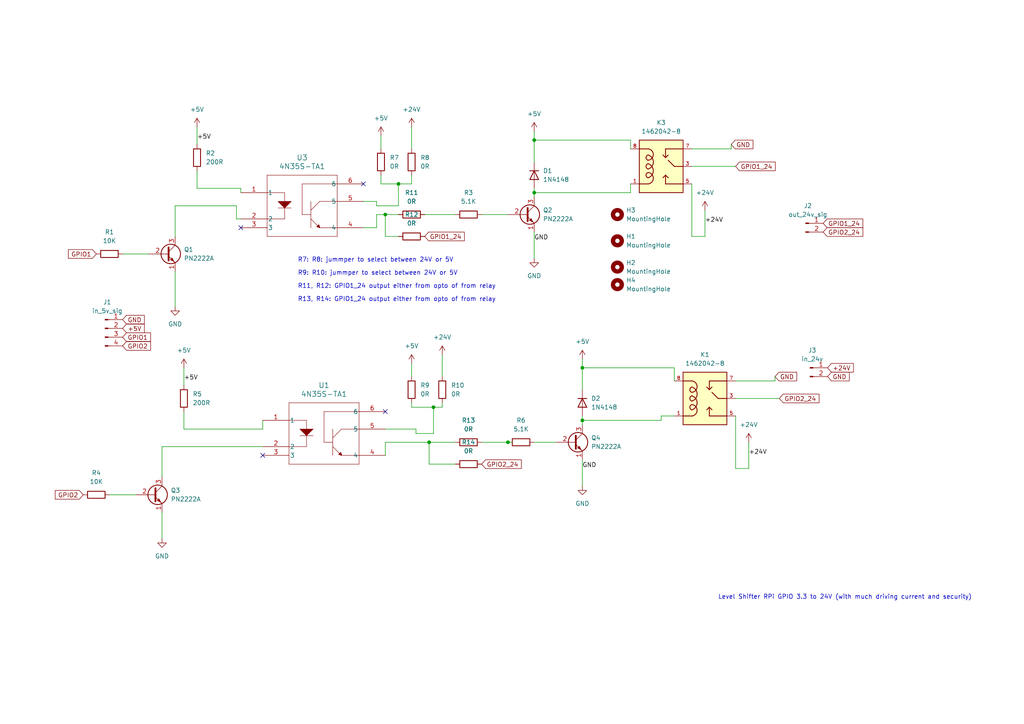
<source format=kicad_sch>
(kicad_sch (version 20230121) (generator eeschema)
  (paper "A4")
  (lib_symbols
    (symbol "1462042-8:1462042-8" (pin_names (offset 1.016))
      (property "Reference" "K" (at -5.0901 8.1442 0))
      (property "Value" "1462042-8" (at -5.0812 -10.1625 0))
      (symbol "1462042-8_0_0"
        (rectangle (start -5.08 -7.62) (end 7.62 7.62) (stroke (width 0.254)) (fill (type background)))
        (arc (start -2.54 -5.08) (mid -1.0111 -3.429) (end -2.54 -1.778) (stroke (width 0.254)))
        (arc (start -2.54 -3.302) (mid -1.016 -1.27) (end -2.54 0.762) (stroke (width 0.254)))
        (arc (start -2.54 -1.778) (mid -3.1115 -2.54) (end -2.54 -3.302) (stroke (width 0.254)))
        (arc (start -2.54 -0.762) (mid -1.0007 1.27) (end -2.54 3.302) (stroke (width 0.254)))
        (arc (start -2.54 0.762) (mid -3.1115 0) (end -2.54 -0.762) (stroke (width 0.254)))
        (arc (start -2.54 1.778) (mid -1.0111 3.429) (end -2.54 5.08) (stroke (width 0.254)))
        (arc (start -2.54 3.302) (mid -3.1115 2.54) (end -2.54 1.778) (stroke (width 0.254)))
        (polyline (pts (xy -5.08 -5.08) (xy -2.54 -5.08)) (stroke (width 0.254)))
        (polyline (pts (xy -5.08 5.08) (xy -2.54 5.08)) (stroke (width 0.254)))
        (polyline (pts (xy 2.54 -5.08) (xy 2.54 -2.54)) (stroke (width 0.254)))
        (polyline (pts (xy 2.54 -2.54) (xy 1.778 -3.302)) (stroke (width 0.254)))
        (polyline (pts (xy 2.54 -2.54) (xy 3.302 -3.302)) (stroke (width 0.254)))
        (polyline (pts (xy 2.54 2.54) (xy 1.778 3.302)) (stroke (width 0.254)))
        (polyline (pts (xy 2.54 2.54) (xy 3.302 3.302)) (stroke (width 0.254)))
        (polyline (pts (xy 2.54 5.08) (xy 2.54 2.54)) (stroke (width 0.254)))
        (polyline (pts (xy 5.08 0) (xy 3.302 1.778)) (stroke (width 0.254)))
        (polyline (pts (xy 7.62 -5.08) (xy 2.54 -5.08)) (stroke (width 0.254)))
        (polyline (pts (xy 7.62 0) (xy 5.08 0)) (stroke (width 0.254)))
        (polyline (pts (xy 7.62 5.08) (xy 2.54 5.08)) (stroke (width 0.254)))
        (pin passive line (at -7.62 -5.08 0) (length 2.54) (name "~") (number "1"))
        (pin passive line (at 10.16 0 180) (length 2.54) (name "~") (number "3"))
        (pin passive line (at 10.16 -5.08 180) (length 2.54) (name "~") (number "5"))
        (pin passive line (at 10.16 5.08 180) (length 2.54) (name "~") (number "7"))
        (pin passive line (at -7.62 5.08 0) (length 2.54) (name "~") (number "8"))
      )
    )
    (symbol "2023-11-21_01-33-03:4N35S-TA1" (pin_names (offset 0.254))
      (property "Reference" "U" (at 22.86 17.78 0))
      (property "Value" "4N35S-TA1" (at 22.86 17.78 0))
      (symbol "4N35S-TA1_0_1"
        (polyline (pts (xy 7.62 -12.7) (xy 27.94 -12.7)) (stroke (width 0.127)))
        (polyline (pts (xy 7.62 5.08) (xy 7.62 -12.7)) (stroke (width 0.127)))
        (polyline (pts (xy 10.795 -4.445) (xy 14.605 -4.445)) (stroke (width 0.127)))
        (polyline (pts (xy 12.7 -7.62) (xy 7.62 -7.62)) (stroke (width 0.127)))
        (polyline (pts (xy 12.7 0) (xy 7.62 0)) (stroke (width 0.127)))
        (polyline (pts (xy 12.7 0) (xy 12.7 -7.62)) (stroke (width 0.127)))
        (polyline (pts (xy 17.78 -6.35) (xy 17.78 2.54)) (stroke (width 0.127)))
        (polyline (pts (xy 17.78 2.54) (xy 27.94 2.54)) (stroke (width 0.127)))
        (polyline (pts (xy 20.32 -10.16) (xy 20.32 -2.54)) (stroke (width 0.127)))
        (polyline (pts (xy 20.32 -7.62) (xy 22.86 -10.16)) (stroke (width 0.127)))
        (polyline (pts (xy 20.32 -6.35) (xy 17.78 -6.35)) (stroke (width 0.127)))
        (polyline (pts (xy 22.86 -2.54) (xy 20.32 -5.08)) (stroke (width 0.127)))
        (polyline (pts (xy 22.86 -2.54) (xy 27.94 -2.54)) (stroke (width 0.127)))
        (polyline (pts (xy 27.94 -12.7) (xy 27.94 5.08)) (stroke (width 0.127)))
        (polyline (pts (xy 27.94 -10.16) (xy 22.9497 -10.1665)) (stroke (width 0.127)))
        (polyline (pts (xy 27.94 5.08) (xy 7.62 5.08)) (stroke (width 0.127)))
        (polyline (pts (xy 14.605 -2.54) (xy 10.795 -2.54) (xy 12.7 -4.445) (xy 14.605 -2.54)) (fill (type outline)))
        (polyline (pts (xy 22.86 -10.16) (xy 21.9933 -9.8842) (xy 22.6323 -9.2726) (xy 22.9497 -10.1665)) (fill (type outline)))
        (pin unspecified line (at 0 0 0) (length 7.62) (name "1") (number "1"))
        (pin unspecified line (at 0 -7.62 0) (length 7.62) (name "2") (number "2"))
        (pin unspecified line (at 0 -10.16 0) (length 7.62) (name "3") (number "3"))
        (pin unspecified line (at 35.56 -10.16 180) (length 7.62) (name "4") (number "4"))
        (pin unspecified line (at 35.56 -2.54 180) (length 7.62) (name "5") (number "5"))
        (pin unspecified line (at 35.56 2.54 180) (length 7.62) (name "6") (number "6"))
      )
    )
    (symbol "Connector:Conn_01x02_Pin" (pin_names (offset 1.016) hide)
      (property "Reference" "J" (at 0 2.54 0))
      (property "Value" "Conn_01x02_Pin" (at 0 -5.08 0))
      (symbol "Conn_01x02_Pin_1_1"
        (polyline (pts (xy 1.27 -2.54) (xy 0.8636 -2.54)) (stroke (width 0.1524)))
        (polyline (pts (xy 1.27 0) (xy 0.8636 0)) (stroke (width 0.1524)))
        (rectangle (start 0.8636 -2.413) (end 0 -2.667) (stroke (width 0.1524)) (fill (type outline)))
        (rectangle (start 0.8636 0.127) (end 0 -0.127) (stroke (width 0.1524)) (fill (type outline)))
        (pin passive line (at 5.08 0 180) (length 3.81) (name "Pin_1") (number "1"))
        (pin passive line (at 5.08 -2.54 180) (length 3.81) (name "Pin_2") (number "2"))
      )
    )
    (symbol "Connector:Conn_01x04_Pin" (pin_names (offset 1.016) hide)
      (property "Reference" "J" (at 0 5.08 0))
      (property "Value" "Conn_01x04_Pin" (at 0 -7.62 0))
      (symbol "Conn_01x04_Pin_1_1"
        (polyline (pts (xy 1.27 -5.08) (xy 0.8636 -5.08)) (stroke (width 0.1524)))
        (polyline (pts (xy 1.27 -2.54) (xy 0.8636 -2.54)) (stroke (width 0.1524)))
        (polyline (pts (xy 1.27 0) (xy 0.8636 0)) (stroke (width 0.1524)))
        (polyline (pts (xy 1.27 2.54) (xy 0.8636 2.54)) (stroke (width 0.1524)))
        (rectangle (start 0.8636 -4.953) (end 0 -5.207) (stroke (width 0.1524)) (fill (type outline)))
        (rectangle (start 0.8636 -2.413) (end 0 -2.667) (stroke (width 0.1524)) (fill (type outline)))
        (rectangle (start 0.8636 0.127) (end 0 -0.127) (stroke (width 0.1524)) (fill (type outline)))
        (rectangle (start 0.8636 2.667) (end 0 2.413) (stroke (width 0.1524)) (fill (type outline)))
        (pin passive line (at 5.08 2.54 180) (length 3.81) (name "Pin_1") (number "1"))
        (pin passive line (at 5.08 0 180) (length 3.81) (name "Pin_2") (number "2"))
        (pin passive line (at 5.08 -2.54 180) (length 3.81) (name "Pin_3") (number "3"))
        (pin passive line (at 5.08 -5.08 180) (length 3.81) (name "Pin_4") (number "4"))
      )
    )
    (symbol "Device:R" (pin_numbers hide) (pin_names (offset 0))
      (property "Reference" "R" (at 2.032 0 90))
      (property "Value" "R" (at 0 0 90))
      (symbol "R_0_1"
        (rectangle (start -1.016 -2.54) (end 1.016 2.54) (stroke (width 0.254)))
      )
      (symbol "R_1_1"
        (pin passive line (at 0 3.81 270) (length 1.27) (name "~") (number "1"))
        (pin passive line (at 0 -3.81 90) (length 1.27) (name "~") (number "2"))
      )
    )
    (symbol "Diode:1N4148" (pin_numbers hide) (pin_names hide)
      (property "Reference" "D" (at 0 2.54 0))
      (property "Value" "1N4148" (at 0 -2.54 0))
      (symbol "1N4148_0_1"
        (polyline (pts (xy -1.27 1.27) (xy -1.27 -1.27)) (stroke (width 0.254)))
        (polyline (pts (xy 1.27 0) (xy -1.27 0)))
        (polyline (pts (xy 1.27 1.27) (xy 1.27 -1.27) (xy -1.27 0) (xy 1.27 1.27)) (stroke (width 0.254)))
      )
      (symbol "1N4148_1_1"
        (pin passive line (at -3.81 0 0) (length 2.54) (name "K") (number "1"))
        (pin passive line (at 3.81 0 180) (length 2.54) (name "A") (number "2"))
      )
    )
    (symbol "Mechanical:MountingHole" (pin_names (offset 1.016))
      (property "Reference" "H" (at 0 5.08 0))
      (property "Value" "MountingHole" (at 0 3.175 0))
      (symbol "MountingHole_0_1"
        (circle (center 0 0) (radius 1.27) (stroke (width 1.27)))
      )
    )
    (symbol "Transistor_BJT:PN2222A" (pin_names (offset 0) hide)
      (property "Reference" "Q" (at 5.08 1.905 0))
      (property "Value" "PN2222A" (at 5.08 0 0))
      (symbol "PN2222A_0_1"
        (polyline (pts (xy 0 0) (xy 0.635 0)))
        (polyline (pts (xy 2.54 -2.54) (xy 0.635 -0.635)))
        (polyline (pts (xy 2.54 2.54) (xy 0.635 0.635)))
        (polyline (pts (xy 0.635 1.905) (xy 0.635 -1.905) (xy 0.635 -1.905)) (stroke (width 0.508)))
        (polyline (pts (xy 2.413 -2.413) (xy 1.905 -1.905) (xy 1.905 -1.905)))
        (polyline (pts (xy 1.143 -1.651) (xy 1.651 -1.143) (xy 2.159 -2.159) (xy 1.143 -1.651) (xy 1.143 -1.651)) (fill (type outline)))
        (circle (center 1.27 0) (radius 2.8194) (stroke (width 0.254)))
      )
      (symbol "PN2222A_1_1"
        (pin passive line (at 2.54 -5.08 90) (length 2.54) (name "E") (number "1"))
        (pin input line (at -5.08 0 0) (length 5.08) (name "B") (number "2"))
        (pin passive line (at 2.54 5.08 270) (length 2.54) (name "C") (number "3"))
      )
    )
    (symbol "power:+24V" (power) (pin_names (offset 0))
      (property "Value" "+24V" (at 0 3.556 0))
      (symbol "+24V_0_1"
        (polyline (pts (xy -0.762 1.27) (xy 0 2.54)))
        (polyline (pts (xy 0 0) (xy 0 2.54)))
        (polyline (pts (xy 0 2.54) (xy 0.762 1.27)))
      )
      (symbol "+24V_1_1"
        (pin power_in line (at 0 0 90) (length 0) hide (name "+24V") (number "1"))
      )
    )
    (symbol "power:+5V" (power) (pin_names (offset 0))
      (property "Value" "+5V" (at 0 3.556 0))
      (symbol "+5V_0_1"
        (polyline (pts (xy -0.762 1.27) (xy 0 2.54)))
        (polyline (pts (xy 0 0) (xy 0 2.54)))
        (polyline (pts (xy 0 2.54) (xy 0.762 1.27)))
      )
      (symbol "+5V_1_1"
        (pin power_in line (at 0 0 90) (length 0) hide (name "+5V") (number "1"))
      )
    )
    (symbol "power:GND" (power) (pin_names (offset 0))
      (property "Value" "GND" (at 0 -3.81 0))
      (symbol "GND_0_1"
        (polyline (pts (xy 0 0) (xy 0 -1.27) (xy 1.27 -1.27) (xy 0 -2.54) (xy -1.27 -1.27) (xy 0 -1.27)))
      )
      (symbol "GND_1_1"
        (pin power_in line (at 0 0 270) (length 0) hide (name "GND") (number "1"))
      )
    )
  )
  (junction (at 147.32 128.27))
  (junction (at 115.57 53.34))
  (junction (at 124.46 128.27))
  (junction (at 125.73 118.11))
  (junction (at 154.94 40.64))
  (junction (at 168.91 106.68))
  (junction (at 168.91 121.92))
  (junction (at 154.94 55.88))
  (junction (at 111.76 62.23))
  (no_connect (at 111.76 119.38))
  (no_connect (at 69.85 66.04))
  (no_connect (at 76.2 132.08))
  (no_connect (at 105.41 53.34))
  (wire (pts (xy 120.65 125.73) (xy 125.73 125.73)))
  (wire (pts (xy 204.47 60.96) (xy 204.47 68.58)))
  (wire (pts (xy 217.17 128.27) (xy 217.17 135.89)))
  (wire (pts (xy 224.79 109.22) (xy 224.79 110.49)))
  (wire (pts (xy 53.34 119.38) (xy 53.34 124.46)))
  (wire (pts (xy 111.76 68.58) (xy 111.76 62.23)))
  (wire (pts (xy 109.22 66.04) (xy 109.22 62.23)))
  (wire (pts (xy 69.85 54.61) (xy 69.85 55.88)))
  (wire (pts (xy 57.15 49.53) (xy 57.15 54.61)))
  (wire (pts (xy 191.77 120.65) (xy 191.77 121.92)))
  (wire (pts (xy 125.73 125.73) (xy 125.73 118.11)))
  (wire (pts (xy 154.94 38.1) (xy 154.94 40.64)))
  (wire (pts (xy 110.49 39.37) (xy 110.49 43.18)))
  (wire (pts (xy 168.91 106.68) (xy 168.91 113.03)))
  (wire (pts (xy 119.38 116.84) (xy 119.38 118.11)))
  (wire (pts (xy 110.49 53.34) (xy 115.57 53.34)))
  (wire (pts (xy 139.7 128.27) (xy 147.32 128.27)))
  (wire (pts (xy 46.99 148.59) (xy 46.99 156.21)))
  (wire (pts (xy 168.91 121.92) (xy 191.77 121.92)))
  (wire (pts (xy 50.8 78.74) (xy 50.8 88.9)))
  (wire (pts (xy 111.76 128.27) (xy 124.46 128.27)))
  (wire (pts (xy 46.99 129.54) (xy 46.99 138.43)))
  (wire (pts (xy 132.08 134.62) (xy 124.46 134.62)))
  (wire (pts (xy 168.91 121.92) (xy 168.91 123.19)))
  (wire (pts (xy 120.65 124.46) (xy 120.65 125.73)))
  (wire (pts (xy 154.94 54.61) (xy 154.94 55.88)))
  (wire (pts (xy 128.27 102.87) (xy 128.27 109.22)))
  (wire (pts (xy 154.94 55.88) (xy 182.88 55.88)))
  (wire (pts (xy 119.38 118.11) (xy 125.73 118.11)))
  (wire (pts (xy 50.8 59.69) (xy 68.58 59.69)))
  (wire (pts (xy 115.57 53.34) (xy 119.38 53.34)))
  (wire (pts (xy 124.46 128.27) (xy 124.46 134.62)))
  (wire (pts (xy 53.34 124.46) (xy 76.2 124.46)))
  (wire (pts (xy 154.94 40.64) (xy 154.94 46.99)))
  (wire (pts (xy 123.19 62.23) (xy 132.08 62.23)))
  (wire (pts (xy 76.2 124.46) (xy 76.2 121.92)))
  (wire (pts (xy 147.32 62.23) (xy 139.7 62.23)))
  (wire (pts (xy 168.91 104.14) (xy 168.91 106.68)))
  (wire (pts (xy 115.57 68.58) (xy 111.76 68.58)))
  (wire (pts (xy 154.94 55.88) (xy 154.94 57.15)))
  (wire (pts (xy 109.22 62.23) (xy 111.76 62.23)))
  (wire (pts (xy 213.36 120.65) (xy 213.36 135.89)))
  (wire (pts (xy 213.36 115.57) (xy 226.06 115.57)))
  (wire (pts (xy 212.09 41.91) (xy 212.09 43.18)))
  (wire (pts (xy 212.09 43.18) (xy 200.66 43.18)))
  (wire (pts (xy 200.66 48.26) (xy 213.36 48.26)))
  (wire (pts (xy 154.94 40.64) (xy 182.88 40.64)))
  (wire (pts (xy 115.57 59.69) (xy 115.57 53.34)))
  (wire (pts (xy 200.66 53.34) (xy 200.66 68.58)))
  (wire (pts (xy 57.15 36.83) (xy 57.15 41.91)))
  (wire (pts (xy 161.29 128.27) (xy 154.94 128.27)))
  (wire (pts (xy 224.79 110.49) (xy 213.36 110.49)))
  (wire (pts (xy 105.41 66.04) (xy 109.22 66.04)))
  (wire (pts (xy 50.8 59.69) (xy 50.8 68.58)))
  (wire (pts (xy 53.34 106.68) (xy 53.34 111.76)))
  (wire (pts (xy 168.91 106.68) (xy 195.58 106.68)))
  (wire (pts (xy 46.99 129.54) (xy 76.2 129.54)))
  (wire (pts (xy 213.36 135.89) (xy 217.17 135.89)))
  (wire (pts (xy 147.32 128.27) (xy 148.59 128.27)))
  (wire (pts (xy 31.75 143.51) (xy 39.37 143.51)))
  (wire (pts (xy 105.41 58.42) (xy 109.22 58.42)))
  (wire (pts (xy 109.22 58.42) (xy 109.22 59.69)))
  (wire (pts (xy 119.38 36.83) (xy 119.38 43.18)))
  (wire (pts (xy 35.56 73.66) (xy 43.18 73.66)))
  (wire (pts (xy 128.27 116.84) (xy 128.27 118.11)))
  (wire (pts (xy 111.76 128.27) (xy 111.76 132.08)))
  (wire (pts (xy 111.76 62.23) (xy 115.57 62.23)))
  (wire (pts (xy 200.66 68.58) (xy 204.47 68.58)))
  (wire (pts (xy 111.76 124.46) (xy 120.65 124.46)))
  (wire (pts (xy 154.94 67.31) (xy 154.94 74.93)))
  (wire (pts (xy 125.73 118.11) (xy 128.27 118.11)))
  (wire (pts (xy 57.15 54.61) (xy 69.85 54.61)))
  (wire (pts (xy 68.58 59.69) (xy 68.58 63.5)))
  (wire (pts (xy 109.22 59.69) (xy 115.57 59.69)))
  (wire (pts (xy 110.49 50.8) (xy 110.49 53.34)))
  (wire (pts (xy 168.91 120.65) (xy 168.91 121.92)))
  (wire (pts (xy 182.88 53.34) (xy 182.88 55.88)))
  (wire (pts (xy 124.46 128.27) (xy 132.08 128.27)))
  (wire (pts (xy 119.38 105.41) (xy 119.38 109.22)))
  (wire (pts (xy 168.91 133.35) (xy 168.91 140.97)))
  (wire (pts (xy 119.38 53.34) (xy 119.38 50.8)))
  (wire (pts (xy 182.88 40.64) (xy 182.88 43.18)))
  (wire (pts (xy 68.58 63.5) (xy 69.85 63.5)))
  (wire (pts (xy 195.58 120.65) (xy 191.77 120.65)))
  (wire (pts (xy 195.58 110.49) (xy 195.58 106.68)))
  (text "R9: R10: jummper to select between 24V or 5V" (at 86.36 80.01 0) (effects (font (size 1.27 1.27)) (justify left bottom)))
  (text "R13, R14: GPIO1_24 output either from opto of from relay\n" (at 86.36 87.63 0) (effects (font (size 1.27 1.27)) (justify left bottom)))
  (text "R7: R8: jummper to select between 24V or 5V" (at 86.36 76.2 0) (effects (font (size 1.27 1.27)) (justify left bottom)))
  (text "R11, R12: GPIO1_24 output either from opto of from relay\n" (at 86.36 83.82 0) (effects (font (size 1.27 1.27)) (justify left bottom)))
  (text "Level Shifter RPi GPIO 3.3 to 24V (with much driving current and security)" (at 208.28 173.99 0) (effects (font (size 1.27 1.27)) (justify left bottom)))
  (label "+24V" (at 217.17 132.08 0))
  (label "+5V" (at 53.34 110.49 0))
  (label "GND" (at 154.94 69.85 0))
  (label "+5V" (at 57.15 40.64 0))
  (label "GND" (at 168.91 135.89 0))
  (label "+24V" (at 204.47 64.77 0))
  (global_label "GND" (shape input) (at 35.56 92.71 0) (property "Intersheetrefs" "${INTERSHEET_REFS}" (effects hide)))
  (global_label "GND" (shape input) (at 224.79 109.22 0) (property "Intersheetrefs" "${INTERSHEET_REFS}" (effects hide)))
  (global_label "GPIO2_24" (shape input) (at 238.76 67.31 0) (property "Intersheetrefs" "${INTERSHEET_REFS}" (effects hide)))
  (global_label "GPIO1_24" (shape input) (at 238.76 64.77 0) (property "Intersheetrefs" "${INTERSHEET_REFS}" (effects hide)))
  (global_label "GPIO2" (shape input) (at 35.56 100.33 0) (property "Intersheetrefs" "${INTERSHEET_REFS}" (effects hide)))
  (global_label "GND" (shape input) (at 240.03 109.22 0) (property "Intersheetrefs" "${INTERSHEET_REFS}" (effects hide)))
  (global_label "+5V" (shape input) (at 35.56 95.25 0) (property "Intersheetrefs" "${INTERSHEET_REFS}" (effects hide)))
  (global_label "GPIO2_24" (shape input) (at 139.7 134.62 0) (property "Intersheetrefs" "${INTERSHEET_REFS}" (effects hide)))
  (global_label "GPIO1" (shape input) (at 35.56 97.79 0) (property "Intersheetrefs" "${INTERSHEET_REFS}" (effects hide)))
  (global_label "GPIO1_24" (shape input) (at 213.36 48.26 0) (property "Intersheetrefs" "${INTERSHEET_REFS}" (effects hide)))
  (global_label "GND" (shape input) (at 212.09 41.91 0) (property "Intersheetrefs" "${INTERSHEET_REFS}" (effects hide)))
  (global_label "GPIO2_24" (shape input) (at 226.06 115.57 0) (property "Intersheetrefs" "${INTERSHEET_REFS}" (effects hide)))
  (global_label "GPIO1_24" (shape input) (at 123.19 68.58 0) (property "Intersheetrefs" "${INTERSHEET_REFS}" (effects hide)))
  (global_label "+24V" (shape input) (at 240.03 106.68 0) (property "Intersheetrefs" "${INTERSHEET_REFS}" (effects hide)))
  (global_label "GPIO1" (shape input) (at 27.94 73.66 180) (property "Intersheetrefs" "${INTERSHEET_REFS}" (effects hide)))
  (global_label "GPIO2" (shape input) (at 24.13 143.51 180) (property "Intersheetrefs" "${INTERSHEET_REFS}" (effects hide)))
  (symbol (lib_id "2023-11-21_01-33-03:4N35S-TA1") (at 76.2 121.92 0) (unit 1)
    (property "Reference" "U1" (at 93.98 111.76 0) (effects (font (size 1.524 1.524))))
    (property "Value" "4N35S-TA1" (at 93.98 114.3 0) (effects (font (size 1.524 1.524))))
    (property "Footprint" "footprints:SO6_4N35S_LTO" (effects hide))
    (property "Datasheet" "4N35S-TA1" (effects hide))
  )
  (symbol (lib_id "Device:R") (at 110.49 46.99 0) (unit 1)
    (property "Reference" "R7" (at 113.03 45.72 0) (effects (justify left)))
    (property "Value" "0R" (at 113.03 48.26 0) (effects (justify left)))
    (property "Footprint" "Resistor_SMD:R_1206_3216Metric_Pad1.30x1.75mm_HandSolder" (effects hide))
  )
  (symbol (lib_id "power:+24V") (at 119.38 36.83 0) (unit 1)
    (property "Reference" "#PWR013" (effects hide))
    (property "Value" "+24V" (at 119.38 31.75 0))
  )
  (symbol (lib_id "power:+5V") (at 168.91 104.14 0) (unit 1)
    (property "Reference" "#PWR010" (effects hide))
    (property "Value" "+5V" (at 168.91 99.06 0))
  )
  (symbol (lib_id "Device:R") (at 128.27 113.03 0) (unit 1)
    (property "Reference" "R10" (at 130.81 111.76 0) (effects (justify left)))
    (property "Value" "0R" (at 130.81 114.3 0) (effects (justify left)))
    (property "Footprint" "Resistor_SMD:R_1206_3216Metric_Pad1.30x1.75mm_HandSolder" (effects hide))
  )
  (symbol (lib_id "Device:R") (at 135.89 134.62 90) (unit 1)
    (property "Reference" "R14" (at 135.89 128.27 90))
    (property "Value" "0R" (at 135.89 130.81 90))
    (property "Footprint" "Resistor_SMD:R_1206_3216Metric_Pad1.30x1.75mm_HandSolder" (effects hide))
  )
  (symbol (lib_id "Device:R") (at 119.38 113.03 0) (unit 1)
    (property "Reference" "R9" (at 121.92 111.76 0) (effects (justify left)))
    (property "Value" "0R" (at 121.92 114.3 0) (effects (justify left)))
    (property "Footprint" "Resistor_SMD:R_1206_3216Metric_Pad1.30x1.75mm_HandSolder" (effects hide))
  )
  (symbol (lib_id "power:+5V") (at 154.94 38.1 0) (unit 1)
    (property "Reference" "#PWR03" (effects hide))
    (property "Value" "+5V" (at 154.94 33.02 0))
  )
  (symbol (lib_id "Device:R") (at 53.34 115.57 180) (unit 1)
    (property "Reference" "R5" (at 55.88 114.3 0) (effects (justify right)))
    (property "Value" "200R" (at 55.88 116.84 0) (effects (justify right)))
    (property "Footprint" "Resistor_SMD:R_1206_3216Metric_Pad1.30x1.75mm_HandSolder" (effects hide))
  )
  (symbol (lib_id "Mechanical:MountingHole") (at 179.07 62.23 0) (unit 1)
    (property "Reference" "H3" (at 181.61 60.96 0) (effects (justify left)))
    (property "Value" "MountingHole" (at 181.61 63.5 0) (effects (justify left)))
    (property "Footprint" "MountingHole:MountingHole_3.5mm" (effects hide))
  )
  (symbol (lib_id "Device:R") (at 119.38 68.58 90) (unit 1)
    (property "Reference" "R12" (at 119.38 62.23 90))
    (property "Value" "0R" (at 119.38 64.77 90))
    (property "Footprint" "Resistor_SMD:R_1206_3216Metric_Pad1.30x1.75mm_HandSolder" (effects hide))
  )
  (symbol (lib_id "power:+5V") (at 110.49 39.37 0) (unit 1)
    (property "Reference" "#PWR02" (effects hide))
    (property "Value" "+5V" (at 110.49 34.29 0))
  )
  (symbol (lib_id "Device:R") (at 31.75 73.66 90) (unit 1)
    (property "Reference" "R1" (at 31.75 67.31 90))
    (property "Value" "10K" (at 31.75 69.85 90))
    (property "Footprint" "Resistor_SMD:R_1206_3216Metric_Pad1.30x1.75mm_HandSolder" (effects hide))
  )
  (symbol (lib_id "power:+5V") (at 53.34 106.68 0) (unit 1)
    (property "Reference" "#PWR08" (effects hide))
    (property "Value" "+5V" (at 53.34 101.6 0))
  )
  (symbol (lib_id "2023-11-21_01-33-03:4N35S-TA1") (at 69.85 55.88 0) (unit 1)
    (property "Reference" "U3" (at 87.63 45.72 0) (effects (font (size 1.524 1.524))))
    (property "Value" "4N35S-TA1" (at 87.63 48.26 0) (effects (font (size 1.524 1.524))))
    (property "Footprint" "footprints:SO6_4N35S_LTO" (effects hide))
    (property "Datasheet" "4N35S-TA1" (effects hide))
  )
  (symbol (lib_id "Mechanical:MountingHole") (at 179.07 77.47 0) (unit 1)
    (property "Reference" "H2" (at 181.61 76.2 0) (effects (justify left)))
    (property "Value" "MountingHole" (at 181.61 78.74 0) (effects (justify left)))
    (property "Footprint" "MountingHole:MountingHole_3.5mm" (effects hide))
  )
  (symbol (lib_id "power:GND") (at 46.99 156.21 0) (unit 1)
    (property "Reference" "#PWR07" (effects hide))
    (property "Value" "GND" (at 46.99 161.29 0))
  )
  (symbol (lib_id "Connector:Conn_01x02_Pin") (at 233.68 64.77 0) (unit 1)
    (property "Reference" "J2" (at 234.315 59.69 0))
    (property "Value" "out_24v_sig" (at 234.315 62.23 0))
    (property "Footprint" "Connector_PinHeader_2.54mm:PinHeader_1x02_P2.54mm_Vertical" (effects hide))
  )
  (symbol (lib_id "Connector:Conn_01x02_Pin") (at 234.95 106.68 0) (unit 1)
    (property "Reference" "J3" (at 235.585 101.6 0))
    (property "Value" "in_24v" (at 235.585 104.14 0))
    (property "Footprint" "Connector_PinHeader_2.54mm:PinHeader_1x02_P2.54mm_Vertical" (effects hide))
  )
  (symbol (lib_id "Device:R") (at 27.94 143.51 90) (unit 1)
    (property "Reference" "R4" (at 27.94 137.16 90))
    (property "Value" "10K" (at 27.94 139.7 90))
    (property "Footprint" "Resistor_SMD:R_1206_3216Metric_Pad1.30x1.75mm_HandSolder" (effects hide))
  )
  (symbol (lib_id "power:+24V") (at 128.27 102.87 0) (unit 1)
    (property "Reference" "#PWR015" (effects hide))
    (property "Value" "+24V" (at 128.27 97.79 0))
  )
  (symbol (lib_id "Device:R") (at 151.13 128.27 270) (unit 1)
    (property "Reference" "R6" (at 151.13 121.92 90))
    (property "Value" "5.1K" (at 151.13 124.46 90))
    (property "Footprint" "Resistor_SMD:R_1206_3216Metric_Pad1.30x1.75mm_HandSolder" (effects hide))
  )
  (symbol (lib_id "1462042-8:1462042-8") (at 190.5 48.26 0) (unit 1)
    (property "Reference" "K3" (at 191.77 35.56 0))
    (property "Value" "1462042-8" (at 191.77 38.1 0))
    (property "Footprint" "1462042_8:RELAY_1462042-8" (effects hide))
    (property "PARTREV" "0917" (effects hide))
    (property "STANDARD" "Manufacturer recommendation" (effects hide))
    (property "MANUFACTURER" "TE Connectivity" (effects hide))
  )
  (symbol (lib_id "Device:R") (at 57.15 45.72 180) (unit 1)
    (property "Reference" "R2" (at 59.69 44.45 0) (effects (justify right)))
    (property "Value" "200R" (at 59.69 46.99 0) (effects (justify right)))
    (property "Footprint" "Resistor_SMD:R_1206_3216Metric_Pad1.30x1.75mm_HandSolder" (effects hide))
  )
  (symbol (lib_id "power:+24V") (at 217.17 128.27 0) (unit 1)
    (property "Reference" "#PWR012" (effects hide))
    (property "Value" "+24V" (at 217.17 123.19 0))
  )
  (symbol (lib_id "Transistor_BJT:PN2222A") (at 44.45 143.51 0) (unit 1)
    (property "Reference" "Q3" (at 49.53 142.24 0) (effects (justify left)))
    (property "Value" "PN2222A" (at 49.53 144.78 0) (effects (justify left)))
    (property "Footprint" "Package_TO_SOT_SMD:SOT-23-3" (effects hide))
    (property "Datasheet" "https://www.onsemi.com/pub/Collateral/PN2222-D.PDF" (effects hide))
  )
  (symbol (lib_id "Connector:Conn_01x04_Pin") (at 30.48 95.25 0) (unit 1)
    (property "Reference" "J1" (at 31.115 87.63 0))
    (property "Value" "in_5v_sig" (at 31.115 90.17 0))
    (property "Footprint" "Connector_PinHeader_2.54mm:PinHeader_1x04_P2.54mm_Vertical" (effects hide))
  )
  (symbol (lib_id "Diode:1N4148") (at 168.91 116.84 270) (unit 1)
    (property "Reference" "D2" (at 171.45 115.57 90) (effects (justify left)))
    (property "Value" "1N4148" (at 171.45 118.11 90) (effects (justify left)))
    (property "Footprint" "Diode_SMD:D_SOD-123" (effects hide))
    (property "Datasheet" "https://assets.nexperia.com/documents/data-sheet/1N4148_1N4448.pdf" (effects hide))
    (property "Sim.Device" "D" (effects hide))
    (property "Sim.Pins" "1=K 2=A" (effects hide))
  )
  (symbol (lib_id "Device:R") (at 119.38 46.99 0) (unit 1)
    (property "Reference" "R8" (at 121.92 45.72 0) (effects (justify left)))
    (property "Value" "0R" (at 121.92 48.26 0) (effects (justify left)))
    (property "Footprint" "Resistor_SMD:R_1206_3216Metric_Pad1.30x1.75mm_HandSolder" (effects hide))
  )
  (symbol (lib_id "power:GND") (at 50.8 88.9 0) (unit 1)
    (property "Reference" "#PWR05" (effects hide))
    (property "Value" "GND" (at 50.8 93.98 0))
  )
  (symbol (lib_id "1462042-8:1462042-8") (at 203.2 115.57 0) (unit 1)
    (property "Reference" "K1" (at 204.47 102.87 0))
    (property "Value" "1462042-8" (at 204.47 105.41 0))
    (property "Footprint" "1462042_8:RELAY_1462042-8" (effects hide))
    (property "PARTREV" "0917" (effects hide))
    (property "STANDARD" "Manufacturer recommendation" (effects hide))
    (property "MANUFACTURER" "TE Connectivity" (effects hide))
  )
  (symbol (lib_id "power:GND") (at 154.94 74.93 0) (unit 1)
    (property "Reference" "#PWR06" (effects hide))
    (property "Value" "GND" (at 154.94 80.01 0))
  )
  (symbol (lib_id "Transistor_BJT:PN2222A") (at 48.26 73.66 0) (unit 1)
    (property "Reference" "Q1" (at 53.34 72.39 0) (effects (justify left)))
    (property "Value" "PN2222A" (at 53.34 74.93 0) (effects (justify left)))
    (property "Footprint" "Package_TO_SOT_SMD:SOT-23-3" (effects hide))
    (property "Datasheet" "https://www.onsemi.com/pub/Collateral/PN2222-D.PDF" (effects hide))
  )
  (symbol (lib_id "Mechanical:MountingHole") (at 179.07 69.85 0) (unit 1)
    (property "Reference" "H1" (at 181.61 68.58 0) (effects (justify left)))
    (property "Value" "MountingHole" (at 181.61 71.12 0) (effects (justify left)))
    (property "Footprint" "MountingHole:MountingHole_3.5mm" (effects hide))
  )
  (symbol (lib_id "Diode:1N4148") (at 154.94 50.8 270) (unit 1)
    (property "Reference" "D1" (at 157.48 49.53 90) (effects (justify left)))
    (property "Value" "1N4148" (at 157.48 52.07 90) (effects (justify left)))
    (property "Footprint" "Diode_SMD:D_SOD-123" (effects hide))
    (property "Datasheet" "https://assets.nexperia.com/documents/data-sheet/1N4148_1N4448.pdf" (effects hide))
    (property "Sim.Device" "D" (effects hide))
    (property "Sim.Pins" "1=K 2=A" (effects hide))
  )
  (symbol (lib_id "Mechanical:MountingHole") (at 179.07 82.55 0) (unit 1)
    (property "Reference" "H4" (at 181.61 81.28 0) (effects (justify left)))
    (property "Value" "MountingHole" (at 181.61 83.82 0) (effects (justify left)))
    (property "Footprint" "MountingHole:MountingHole_3.5mm" (effects hide))
  )
  (symbol (lib_id "power:+5V") (at 57.15 36.83 0) (unit 1)
    (property "Reference" "#PWR01" (effects hide))
    (property "Value" "+5V" (at 57.15 31.75 0))
  )
  (symbol (lib_id "power:+24V") (at 204.47 60.96 0) (unit 1)
    (property "Reference" "#PWR04" (effects hide))
    (property "Value" "+24V" (at 204.47 55.88 0))
  )
  (symbol (lib_id "power:GND") (at 168.91 140.97 0) (unit 1)
    (property "Reference" "#PWR011" (effects hide))
    (property "Value" "GND" (at 168.91 146.05 0))
  )
  (symbol (lib_id "Transistor_BJT:PN2222A") (at 152.4 62.23 0) (unit 1)
    (property "Reference" "Q2" (at 157.48 60.96 0) (effects (justify left)))
    (property "Value" "PN2222A" (at 157.48 63.5 0) (effects (justify left)))
    (property "Footprint" "Package_TO_SOT_SMD:SOT-23-3" (effects hide))
    (property "Datasheet" "https://www.onsemi.com/pub/Collateral/PN2222-D.PDF" (effects hide))
  )
  (symbol (lib_id "Device:R") (at 135.89 62.23 270) (unit 1)
    (property "Reference" "R3" (at 135.89 55.88 90))
    (property "Value" "5.1K" (at 135.89 58.42 90))
    (property "Footprint" "Resistor_SMD:R_1206_3216Metric_Pad1.30x1.75mm_HandSolder" (effects hide))
  )
  (symbol (lib_id "Device:R") (at 119.38 62.23 90) (unit 1)
    (property "Reference" "R11" (at 119.38 55.88 90))
    (property "Value" "0R" (at 119.38 58.42 90))
    (property "Footprint" "Resistor_SMD:R_1206_3216Metric_Pad1.30x1.75mm_HandSolder" (effects hide))
  )
  (symbol (lib_id "Device:R") (at 135.89 128.27 90) (unit 1)
    (property "Reference" "R13" (at 135.89 121.92 90))
    (property "Value" "0R" (at 135.89 124.46 90))
    (property "Footprint" "Resistor_SMD:R_1206_3216Metric_Pad1.30x1.75mm_HandSolder" (effects hide))
  )
  (symbol (lib_id "power:+5V") (at 119.38 105.41 0) (unit 1)
    (property "Reference" "#PWR014" (effects hide))
    (property "Value" "+5V" (at 119.38 100.33 0))
  )
  (symbol (lib_id "Transistor_BJT:PN2222A") (at 166.37 128.27 0) (unit 1)
    (property "Reference" "Q4" (at 171.45 127 0) (effects (justify left)))
    (property "Value" "PN2222A" (at 171.45 129.54 0) (effects (justify left)))
    (property "Footprint" "Package_TO_SOT_SMD:SOT-23-3" (effects hide))
    (property "Datasheet" "https://www.onsemi.com/pub/Collateral/PN2222-D.PDF" (effects hide))
  )
)
</source>
